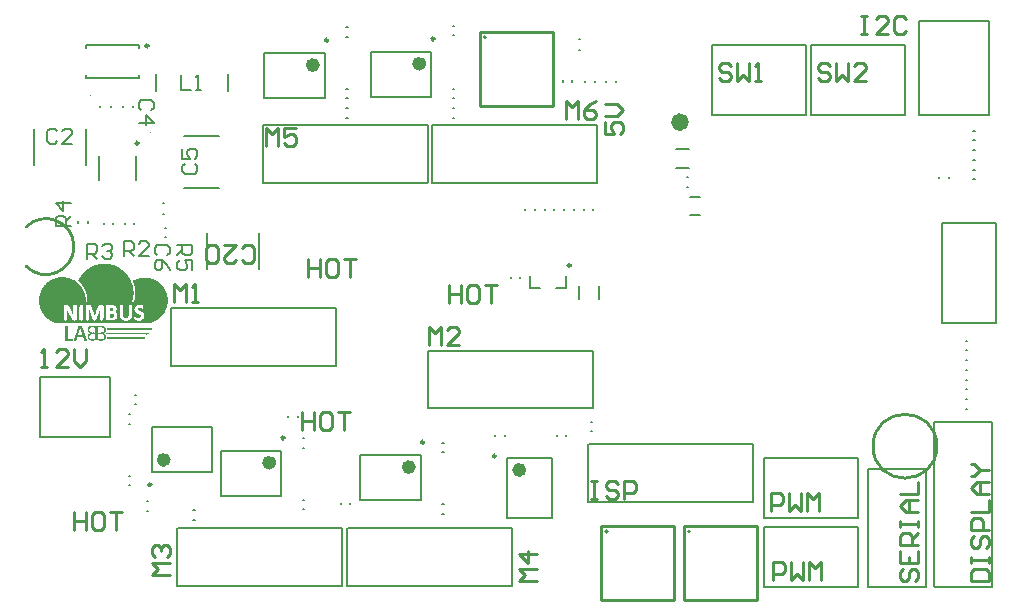
<source format=gto>
%FSLAX25Y25*%
%MOIN*%
G70*
G01*
G75*
G04 Layer_Color=65535*
%ADD10R,0.18110X0.08858*%
%ADD11R,0.04331X0.04331*%
%ADD12R,0.03937X0.03543*%
%ADD13R,0.03543X0.03937*%
%ADD14R,0.04528X0.07087*%
%ADD15R,0.02953X0.03937*%
%ADD16O,0.01772X0.05512*%
%ADD17R,0.04724X0.03150*%
%ADD18R,0.04724X0.02953*%
%ADD19R,0.03937X0.02953*%
%ADD20O,0.05512X0.01772*%
%ADD21R,0.10000X0.03900*%
%ADD22R,0.07402X0.06614*%
%ADD23O,0.00984X0.05315*%
%ADD24R,0.04331X0.04331*%
%ADD25R,0.06693X0.04724*%
%ADD26R,0.09449X0.06102*%
%ADD27R,0.08858X0.18110*%
%ADD28R,0.02362X0.03937*%
%ADD29R,0.04331X0.06693*%
%ADD30R,0.07480X0.05315*%
%ADD31C,0.00800*%
%ADD32C,0.01000*%
%ADD33C,0.02000*%
%ADD34C,0.03000*%
%ADD35C,0.05500*%
%ADD36C,0.03500*%
%ADD37C,0.04000*%
%ADD38C,0.03937*%
%ADD39R,0.06299X0.06299*%
%ADD40C,0.06299*%
%ADD41C,0.06000*%
%ADD42R,0.06000X0.06000*%
%ADD43R,0.06299X0.06299*%
%ADD44R,0.06000X0.06000*%
%ADD45C,0.05512*%
%ADD46R,0.05512X0.05512*%
%ADD47C,0.13500*%
%ADD48C,0.03500*%
%ADD49C,0.05500*%
%ADD50C,0.04500*%
%ADD51C,0.05000*%
%ADD52C,0.01969*%
%ADD53C,0.01500*%
%ADD54C,0.01300*%
%ADD55C,0.06500*%
%ADD56C,0.07150*%
%ADD57C,0.15500*%
%ADD58C,0.07000*%
%ADD59C,0.08000*%
%ADD60C,0.04787*%
%ADD61C,0.07500*%
%ADD62R,0.08071X0.02756*%
G04:AMPARAMS|DCode=63|XSize=39.37mil|YSize=35.43mil|CornerRadius=0mil|HoleSize=0mil|Usage=FLASHONLY|Rotation=135.000|XOffset=0mil|YOffset=0mil|HoleType=Round|Shape=Rectangle|*
%AMROTATEDRECTD63*
4,1,4,0.02645,-0.00139,0.00139,-0.02645,-0.02645,0.00139,-0.00139,0.02645,0.02645,-0.00139,0.0*
%
%ADD63ROTATEDRECTD63*%

G04:AMPARAMS|DCode=64|XSize=39.37mil|YSize=35.43mil|CornerRadius=0mil|HoleSize=0mil|Usage=FLASHONLY|Rotation=225.000|XOffset=0mil|YOffset=0mil|HoleType=Round|Shape=Rectangle|*
%AMROTATEDRECTD64*
4,1,4,0.00139,0.02645,0.02645,0.00139,-0.00139,-0.02645,-0.02645,-0.00139,0.00139,0.02645,0.0*
%
%ADD64ROTATEDRECTD64*%

%ADD65O,0.00984X0.03740*%
%ADD66O,0.03740X0.00984*%
%ADD67R,0.09646X0.09646*%
%ADD68R,0.07087X0.04528*%
%ADD69O,0.02165X0.06102*%
%ADD70O,0.06102X0.02165*%
%ADD71R,0.23622X0.23622*%
%ADD72R,0.05906X0.05906*%
G04:AMPARAMS|DCode=73|XSize=11.81mil|YSize=70.87mil|CornerRadius=0mil|HoleSize=0mil|Usage=FLASHONLY|Rotation=315.000|XOffset=0mil|YOffset=0mil|HoleType=Round|Shape=Round|*
%AMOVALD73*
21,1,0.05906,0.01181,0.00000,0.00000,45.0*
1,1,0.01181,-0.02088,-0.02088*
1,1,0.01181,0.02088,0.02088*
%
%ADD73OVALD73*%

G04:AMPARAMS|DCode=74|XSize=11.81mil|YSize=70.87mil|CornerRadius=0mil|HoleSize=0mil|Usage=FLASHONLY|Rotation=45.000|XOffset=0mil|YOffset=0mil|HoleType=Round|Shape=Round|*
%AMOVALD74*
21,1,0.05906,0.01181,0.00000,0.00000,135.0*
1,1,0.01181,0.02088,-0.02088*
1,1,0.01181,-0.02088,0.02088*
%
%ADD74OVALD74*%

%ADD75C,0.02500*%
%ADD76C,0.03200*%
%ADD77C,0.01800*%
%ADD78C,0.01969*%
%ADD79C,0.00394*%
%ADD80C,0.02362*%
%ADD81C,0.00984*%
%ADD82C,0.00787*%
%ADD83C,0.00500*%
%ADD84C,0.00600*%
G36*
X318317Y300800D02*
X318396D01*
Y300642D01*
X318476D01*
Y300404D01*
X318396D01*
Y300324D01*
X318317D01*
Y300245D01*
X317762D01*
Y300166D01*
X317683D01*
Y300245D01*
X304359D01*
Y300324D01*
X304279D01*
Y300404D01*
X304200D01*
Y300483D01*
X304121D01*
Y300562D01*
X304041D01*
Y300642D01*
X304121D01*
Y300721D01*
X304200D01*
Y300800D01*
X304279D01*
Y300880D01*
X318317D01*
Y300800D01*
D02*
G37*
G36*
X319507Y302307D02*
X319586D01*
Y302149D01*
X319665D01*
Y301990D01*
X319586D01*
Y301831D01*
X319427D01*
Y301752D01*
X304517D01*
Y302307D01*
X304438D01*
Y302386D01*
X319507D01*
Y302307D01*
D02*
G37*
G36*
X302931Y303100D02*
X303328D01*
Y303021D01*
X303486D01*
Y302942D01*
X303645D01*
Y302862D01*
X303724D01*
Y302783D01*
X303803D01*
Y302704D01*
X303883D01*
Y302624D01*
X303962D01*
Y302466D01*
X304041D01*
Y302307D01*
X304121D01*
Y301911D01*
X304200D01*
Y301673D01*
X304121D01*
Y301355D01*
X304041D01*
Y301197D01*
X303962D01*
Y301038D01*
X303883D01*
Y300959D01*
X303803D01*
Y300880D01*
X303724D01*
Y300800D01*
X303566D01*
Y300721D01*
X303407D01*
Y300562D01*
X303566D01*
Y300483D01*
X303724D01*
Y300404D01*
X303803D01*
Y300324D01*
X303883D01*
Y300245D01*
X303962D01*
Y300086D01*
X304041D01*
Y299928D01*
X304121D01*
Y299531D01*
X304200D01*
Y299293D01*
X304121D01*
Y298976D01*
X304041D01*
Y298817D01*
X303962D01*
Y298659D01*
X303883D01*
Y298580D01*
X303803D01*
Y298500D01*
X303724D01*
Y298421D01*
X303566D01*
Y298342D01*
X303486D01*
Y298262D01*
X303248D01*
Y298183D01*
X302852D01*
Y298104D01*
X302772D01*
Y298183D01*
X302455D01*
Y298104D01*
X302217D01*
Y298183D01*
X301821D01*
Y298262D01*
X301583D01*
Y298342D01*
X300552D01*
Y298262D01*
X300314D01*
Y298183D01*
X299997D01*
Y298104D01*
X299917D01*
Y298183D01*
X299679D01*
Y298104D01*
X299600D01*
Y298183D01*
X299521D01*
Y298104D01*
X299442D01*
Y298183D01*
X299045D01*
Y298262D01*
X298807D01*
Y298342D01*
X298649D01*
Y298421D01*
X298569D01*
Y298500D01*
X298490D01*
Y298580D01*
X298411D01*
Y298659D01*
X298331D01*
Y298817D01*
X298252D01*
Y298897D01*
X298173D01*
Y299293D01*
X298093D01*
Y299690D01*
X298173D01*
Y300007D01*
X298252D01*
Y300166D01*
X298331D01*
Y300245D01*
X298411D01*
Y300324D01*
X298490D01*
Y300404D01*
X298569D01*
Y300483D01*
X298728D01*
Y300562D01*
X298886D01*
Y300721D01*
X298649D01*
Y300800D01*
X298490D01*
Y300880D01*
X298411D01*
Y300959D01*
X298331D01*
Y301117D01*
X298252D01*
Y301276D01*
X298173D01*
Y301593D01*
X298093D01*
Y302069D01*
X298173D01*
Y302386D01*
X298252D01*
Y302545D01*
X298331D01*
Y302624D01*
X298411D01*
Y302704D01*
X298490D01*
Y302783D01*
X298569D01*
Y302862D01*
X298649D01*
Y302942D01*
X298807D01*
Y303021D01*
X298966D01*
Y303100D01*
X299283D01*
Y303180D01*
X300155D01*
Y303100D01*
X300393D01*
Y303021D01*
X300631D01*
Y302942D01*
X301583D01*
Y303021D01*
X301821D01*
Y303100D01*
X302138D01*
Y303180D01*
X302931D01*
Y303100D01*
D02*
G37*
G36*
X291431Y302862D02*
X291511D01*
Y302783D01*
X291431D01*
Y302704D01*
X291511D01*
Y302624D01*
X291431D01*
Y298897D01*
X293097D01*
Y298817D01*
X293176D01*
Y298262D01*
X293097D01*
Y298183D01*
X293018D01*
Y298104D01*
X292938D01*
Y298183D01*
X292859D01*
Y298104D01*
X292780D01*
Y298183D01*
X290559D01*
Y303021D01*
X291431D01*
Y302862D01*
D02*
G37*
G36*
X295714Y303021D02*
X296269D01*
Y302862D01*
X296349D01*
Y302704D01*
X296428D01*
Y302624D01*
X296349D01*
Y302545D01*
X296428D01*
Y302386D01*
X296507D01*
Y302149D01*
X296586D01*
Y301911D01*
X296666D01*
Y301673D01*
X296745D01*
Y301514D01*
X296824D01*
Y301276D01*
X296904D01*
Y301038D01*
X296983D01*
Y300800D01*
X297062D01*
Y300562D01*
X297142D01*
Y300324D01*
X297221D01*
Y300086D01*
X297300D01*
Y299849D01*
X297379D01*
Y299611D01*
X297459D01*
Y299373D01*
X297538D01*
Y299214D01*
X297618D01*
Y298897D01*
X297697D01*
Y298738D01*
X297776D01*
Y298580D01*
X297855D01*
Y298183D01*
X297776D01*
Y298104D01*
X297062D01*
Y298183D01*
X296983D01*
Y298262D01*
X296904D01*
Y298500D01*
X296824D01*
Y298659D01*
X296745D01*
Y298976D01*
X296666D01*
Y299214D01*
X296586D01*
Y299293D01*
X294604D01*
Y299056D01*
X294524D01*
Y298817D01*
X294445D01*
Y298580D01*
X294366D01*
Y298262D01*
X294286D01*
Y298183D01*
X294128D01*
Y298104D01*
X293573D01*
Y298183D01*
X293414D01*
Y298342D01*
X293493D01*
Y298580D01*
X293573D01*
Y298817D01*
X293652D01*
Y299056D01*
X293731D01*
Y299293D01*
X293811D01*
Y299452D01*
X293890D01*
Y299690D01*
X293969D01*
Y299928D01*
X294049D01*
Y300166D01*
X294128D01*
Y300404D01*
X294207D01*
Y300642D01*
X294286D01*
Y300880D01*
X294366D01*
Y301117D01*
X294445D01*
Y301276D01*
X294524D01*
Y301514D01*
X294604D01*
Y301752D01*
X294683D01*
Y301990D01*
X294762D01*
Y302228D01*
X294842D01*
Y302466D01*
X294921D01*
Y302704D01*
X295000D01*
Y302942D01*
X295080D01*
Y303021D01*
X295635D01*
Y303100D01*
X295714D01*
Y303021D01*
D02*
G37*
G36*
X317127Y299214D02*
X317207D01*
Y299135D01*
X317286D01*
Y298817D01*
X317207D01*
Y298738D01*
X317127D01*
Y298659D01*
X304359D01*
Y298738D01*
X304438D01*
Y298976D01*
X304517D01*
Y299293D01*
X317127D01*
Y299214D01*
D02*
G37*
G36*
X304676Y323720D02*
X305231D01*
Y323641D01*
X305707D01*
Y323562D01*
X306024D01*
Y323482D01*
X306341D01*
Y323403D01*
X306579D01*
Y323324D01*
X306817D01*
Y323245D01*
X307055D01*
Y323165D01*
X307293D01*
Y323086D01*
X307452D01*
Y323007D01*
X307610D01*
Y322927D01*
X307769D01*
Y322848D01*
X307928D01*
Y322769D01*
X308086D01*
Y322689D01*
X308245D01*
Y322610D01*
X308403D01*
Y322531D01*
X308562D01*
Y322451D01*
X308721D01*
Y322372D01*
X308800D01*
Y322293D01*
X308959D01*
Y322214D01*
X309038D01*
Y322134D01*
X309196D01*
Y322055D01*
X309276D01*
Y321976D01*
X309355D01*
Y321896D01*
X309514D01*
Y321817D01*
X309593D01*
Y321738D01*
X309752D01*
Y321658D01*
X309831D01*
Y321579D01*
X309910D01*
Y321500D01*
X309990D01*
Y321420D01*
X310069D01*
Y321341D01*
X310148D01*
Y321262D01*
X310227D01*
Y321182D01*
X310307D01*
Y321103D01*
X310465D01*
Y321024D01*
X310545D01*
Y320944D01*
X310624D01*
Y320786D01*
X310703D01*
Y320707D01*
X310783D01*
Y320627D01*
X310862D01*
Y320548D01*
X310941D01*
Y320469D01*
X311021D01*
Y320389D01*
X311100D01*
Y320231D01*
X311259D01*
Y320072D01*
X311338D01*
Y319993D01*
X311417D01*
Y319834D01*
X311496D01*
Y319755D01*
X311576D01*
Y319676D01*
X311655D01*
Y319517D01*
X311734D01*
Y319438D01*
X311814D01*
Y319279D01*
X311893D01*
Y319200D01*
X311972D01*
Y319041D01*
X312052D01*
Y318882D01*
X312131D01*
Y318724D01*
X312210D01*
Y318645D01*
X312290D01*
Y318486D01*
X312369D01*
Y318248D01*
X312448D01*
Y318089D01*
X312527D01*
Y317931D01*
X312607D01*
Y317772D01*
X312686D01*
Y317534D01*
X312765D01*
Y317296D01*
X312845D01*
Y317058D01*
X312924D01*
Y316821D01*
X313003D01*
Y316583D01*
X313083D01*
Y316265D01*
X313162D01*
Y315869D01*
X313241D01*
Y315393D01*
X313320D01*
Y314996D01*
X313400D01*
Y314917D01*
X313320D01*
Y314679D01*
X313400D01*
Y313410D01*
X313320D01*
Y312776D01*
X313241D01*
Y312300D01*
X313162D01*
Y311903D01*
X313083D01*
Y311586D01*
X313003D01*
Y311428D01*
X312924D01*
Y311110D01*
X312845D01*
Y310952D01*
X313479D01*
Y311110D01*
X313558D01*
Y311428D01*
X313638D01*
Y311745D01*
X313717D01*
Y312221D01*
X313796D01*
Y312617D01*
X313876D01*
Y312776D01*
X313796D01*
Y312855D01*
X313876D01*
Y313648D01*
X313955D01*
Y314600D01*
X313876D01*
Y315631D01*
X313796D01*
Y315948D01*
X313717D01*
Y316424D01*
X313638D01*
Y316741D01*
X313558D01*
Y317058D01*
X313479D01*
Y317217D01*
X313400D01*
Y317534D01*
X313320D01*
Y317693D01*
X313241D01*
Y317931D01*
X313162D01*
Y318089D01*
X313241D01*
Y318169D01*
X313320D01*
Y318248D01*
X313479D01*
Y318327D01*
X313638D01*
Y318407D01*
X313796D01*
Y318486D01*
X313955D01*
Y318565D01*
X314114D01*
Y318645D01*
X314352D01*
Y318724D01*
X314589D01*
Y318803D01*
X314827D01*
Y318882D01*
X315065D01*
Y318962D01*
X315383D01*
Y319041D01*
X315700D01*
Y319121D01*
X316255D01*
Y319200D01*
X318000D01*
Y319121D01*
X318396D01*
Y319041D01*
X318476D01*
Y319121D01*
X318555D01*
Y319041D01*
X318872D01*
Y318962D01*
X319189D01*
Y318882D01*
X319427D01*
Y318803D01*
X319665D01*
Y318724D01*
X319903D01*
Y318645D01*
X320141D01*
Y318565D01*
X320300D01*
Y318486D01*
X320458D01*
Y318407D01*
X320617D01*
Y318327D01*
X320776D01*
Y318248D01*
X320934D01*
Y318169D01*
X321093D01*
Y318089D01*
X321172D01*
Y318010D01*
X321331D01*
Y317931D01*
X321410D01*
Y317851D01*
X321569D01*
Y317772D01*
X321648D01*
Y317693D01*
X321727D01*
Y317614D01*
X321886D01*
Y317534D01*
X321965D01*
Y317455D01*
X322044D01*
Y317376D01*
X322203D01*
Y317217D01*
X322282D01*
Y317138D01*
X322441D01*
Y317058D01*
X322520D01*
Y316979D01*
X322600D01*
Y316900D01*
X322679D01*
Y316741D01*
X322758D01*
Y316662D01*
X322917D01*
Y316503D01*
X322996D01*
Y316424D01*
X323075D01*
Y316345D01*
X323155D01*
Y316186D01*
X323234D01*
Y316107D01*
X323313D01*
Y316027D01*
X323393D01*
Y315869D01*
X323472D01*
Y315790D01*
X323551D01*
Y315631D01*
X323631D01*
Y315552D01*
X323710D01*
Y315393D01*
X323789D01*
Y315234D01*
X323868D01*
Y315076D01*
X323948D01*
Y314996D01*
X324027D01*
Y314758D01*
X324106D01*
Y314600D01*
X324186D01*
Y314441D01*
X324265D01*
Y314124D01*
X324344D01*
Y314045D01*
X324424D01*
Y313807D01*
X324503D01*
Y313727D01*
X324424D01*
Y313648D01*
X324503D01*
Y313490D01*
X324582D01*
Y313093D01*
X324662D01*
Y312617D01*
X324741D01*
Y312141D01*
X324820D01*
Y311983D01*
X324741D01*
Y311903D01*
X324820D01*
Y311348D01*
X324741D01*
Y311269D01*
X324820D01*
Y311190D01*
X324741D01*
Y311110D01*
X324820D01*
Y310952D01*
X324741D01*
Y310476D01*
X324662D01*
Y309921D01*
X324582D01*
Y309604D01*
X324503D01*
Y309286D01*
X324424D01*
Y309048D01*
X324344D01*
Y308810D01*
X324265D01*
Y308652D01*
X324186D01*
Y308493D01*
X324106D01*
Y308255D01*
X324027D01*
Y308176D01*
X323948D01*
Y307938D01*
X323868D01*
Y307859D01*
X323789D01*
Y307700D01*
X323710D01*
Y307541D01*
X323631D01*
Y307383D01*
X323551D01*
Y307304D01*
X323472D01*
Y307145D01*
X323393D01*
Y307066D01*
X323313D01*
Y306986D01*
X323234D01*
Y306828D01*
X323155D01*
Y306748D01*
X323075D01*
Y306669D01*
X322996D01*
Y306510D01*
X322917D01*
Y306431D01*
X322837D01*
Y306352D01*
X322758D01*
Y306273D01*
X322679D01*
Y306193D01*
X322600D01*
Y306114D01*
X322520D01*
Y306035D01*
X322441D01*
Y305955D01*
X322362D01*
Y305876D01*
X322282D01*
Y305797D01*
X322203D01*
Y305717D01*
X322044D01*
Y305638D01*
X321965D01*
Y305559D01*
X321886D01*
Y305479D01*
X321727D01*
Y305400D01*
X321648D01*
Y305321D01*
X321569D01*
Y305241D01*
X321410D01*
Y305162D01*
X321331D01*
Y305083D01*
X321172D01*
Y305004D01*
X321093D01*
Y304924D01*
X320934D01*
Y304845D01*
X320776D01*
Y304766D01*
X320617D01*
Y304686D01*
X320458D01*
Y304607D01*
X320300D01*
Y304528D01*
X320062D01*
Y304448D01*
X319903D01*
Y304369D01*
X319665D01*
Y304290D01*
X319427D01*
Y304210D01*
X319269D01*
Y304131D01*
X287070D01*
Y304210D01*
X286831D01*
Y304290D01*
X286673D01*
Y304369D01*
X286514D01*
Y304448D01*
X286356D01*
Y304528D01*
X286197D01*
Y304607D01*
X286038D01*
Y304686D01*
X285880D01*
Y304766D01*
X285721D01*
Y304845D01*
X285563D01*
Y304924D01*
X285483D01*
Y305004D01*
X285325D01*
Y305083D01*
X285245D01*
Y305162D01*
X285087D01*
Y305241D01*
X285007D01*
Y305321D01*
X284928D01*
Y305400D01*
X284849D01*
Y305479D01*
X284690D01*
Y305559D01*
X284611D01*
Y305638D01*
X284532D01*
Y305717D01*
X284452D01*
Y305797D01*
X284294D01*
Y305876D01*
X284214D01*
Y305955D01*
X284135D01*
Y306035D01*
X284056D01*
Y306114D01*
X283976D01*
Y306273D01*
X283897D01*
Y306352D01*
X283818D01*
Y306431D01*
X283738D01*
Y306510D01*
X283659D01*
Y306669D01*
X283580D01*
Y306748D01*
X283501D01*
Y306828D01*
X283421D01*
Y306907D01*
X283342D01*
Y307066D01*
X283263D01*
Y307145D01*
X283183D01*
Y307224D01*
X283104D01*
Y307383D01*
X283025D01*
Y307541D01*
X282945D01*
Y307700D01*
X282866D01*
Y307779D01*
X282787D01*
Y307938D01*
X282708D01*
Y308097D01*
X282628D01*
Y308255D01*
X282549D01*
Y308414D01*
X282470D01*
Y308652D01*
X282390D01*
Y308890D01*
X282311D01*
Y309048D01*
X282232D01*
Y309286D01*
X282152D01*
Y309604D01*
X282073D01*
Y309921D01*
X281994D01*
Y310397D01*
X281914D01*
Y311269D01*
X281835D01*
Y311824D01*
X281914D01*
Y312697D01*
X281994D01*
Y313172D01*
X282073D01*
Y313490D01*
X282152D01*
Y313807D01*
X282232D01*
Y313965D01*
X282311D01*
Y314203D01*
X282390D01*
Y314441D01*
X282470D01*
Y314600D01*
X282549D01*
Y314838D01*
X282628D01*
Y314996D01*
X282708D01*
Y315155D01*
X282787D01*
Y315234D01*
X282866D01*
Y315393D01*
X282945D01*
Y315552D01*
X283025D01*
Y315710D01*
X283104D01*
Y315790D01*
X283183D01*
Y315948D01*
X283263D01*
Y316027D01*
X283342D01*
Y316186D01*
X283421D01*
Y316265D01*
X283501D01*
Y316345D01*
X283580D01*
Y316424D01*
X283659D01*
Y316583D01*
X283738D01*
Y316662D01*
X283818D01*
Y316741D01*
X283897D01*
Y316821D01*
X283976D01*
Y316900D01*
X284056D01*
Y316979D01*
X284135D01*
Y317058D01*
X284214D01*
Y317138D01*
X284294D01*
Y317296D01*
X284452D01*
Y317376D01*
X284532D01*
Y317455D01*
X284611D01*
Y317534D01*
X284690D01*
Y317614D01*
X284849D01*
Y317693D01*
X284928D01*
Y317772D01*
X285007D01*
Y317851D01*
X285087D01*
Y317931D01*
X285245D01*
Y318010D01*
X285325D01*
Y318089D01*
X285483D01*
Y318169D01*
X285642D01*
Y318248D01*
X285721D01*
Y318327D01*
X285880D01*
Y318407D01*
X286038D01*
Y318486D01*
X286118D01*
Y318565D01*
X286276D01*
Y318645D01*
X286514D01*
Y318724D01*
X286673D01*
Y318803D01*
X286911D01*
Y318882D01*
X287070D01*
Y318962D01*
X287307D01*
Y319041D01*
X287625D01*
Y319121D01*
X287862D01*
Y319200D01*
X288338D01*
Y319279D01*
X288894D01*
Y319358D01*
X290400D01*
Y319279D01*
X290956D01*
Y319200D01*
X291431D01*
Y319121D01*
X291669D01*
Y319041D01*
X291987D01*
Y318962D01*
X292225D01*
Y318882D01*
X292462D01*
Y318803D01*
X292621D01*
Y318724D01*
X292780D01*
Y318645D01*
X293018D01*
Y318565D01*
X293176D01*
Y318486D01*
X293335D01*
Y318407D01*
X293414D01*
Y318327D01*
X293573D01*
Y318248D01*
X293731D01*
Y318169D01*
X293890D01*
Y318089D01*
X293969D01*
Y318010D01*
X294128D01*
Y317931D01*
X294207D01*
Y317851D01*
X294286D01*
Y317772D01*
X294445D01*
Y317693D01*
X294524D01*
Y317614D01*
X294604D01*
Y317534D01*
X294683D01*
Y317455D01*
X294842D01*
Y317376D01*
X294921D01*
Y317296D01*
X295000D01*
Y317217D01*
X295080D01*
Y317138D01*
X295159D01*
Y317058D01*
X295238D01*
Y316979D01*
X295318D01*
Y316900D01*
X295397D01*
Y316821D01*
X295476D01*
Y316662D01*
X295555D01*
Y316583D01*
X295635D01*
Y316503D01*
X295714D01*
Y316345D01*
X295793D01*
Y316265D01*
X295873D01*
Y316186D01*
X295952D01*
Y316027D01*
X296031D01*
Y315948D01*
X296111D01*
Y315790D01*
X296190D01*
Y315710D01*
X296269D01*
Y315552D01*
X296349D01*
Y315393D01*
X296428D01*
Y315234D01*
X296507D01*
Y315076D01*
X296586D01*
Y314917D01*
X296666D01*
Y314758D01*
X296745D01*
Y314600D01*
X296824D01*
Y314441D01*
X296904D01*
Y314203D01*
X296983D01*
Y313965D01*
X297062D01*
Y313648D01*
X297142D01*
Y313331D01*
X297221D01*
Y313093D01*
X297300D01*
Y312617D01*
X297379D01*
Y311824D01*
X297459D01*
Y310952D01*
X297855D01*
Y311031D01*
X297935D01*
Y312459D01*
X297855D01*
Y313093D01*
X297776D01*
Y313490D01*
X297697D01*
Y313886D01*
X297618D01*
Y314045D01*
X297538D01*
Y314362D01*
X297459D01*
Y314521D01*
X297379D01*
Y314758D01*
X297300D01*
Y314917D01*
X297221D01*
Y315076D01*
X297142D01*
Y315314D01*
X297062D01*
Y315472D01*
X296983D01*
Y315631D01*
X296904D01*
Y315710D01*
X296824D01*
Y315869D01*
X296745D01*
Y316027D01*
X296666D01*
Y316107D01*
X296586D01*
Y316265D01*
X296507D01*
Y316345D01*
X296428D01*
Y316503D01*
X296349D01*
Y316583D01*
X296269D01*
Y316662D01*
X296190D01*
Y316821D01*
X296111D01*
Y316900D01*
X296031D01*
Y316979D01*
X295952D01*
Y317058D01*
X295873D01*
Y317138D01*
X295793D01*
Y317296D01*
X295714D01*
Y317376D01*
X295635D01*
Y317455D01*
X295555D01*
Y317534D01*
X295476D01*
Y317614D01*
X295397D01*
Y317693D01*
X295318D01*
Y317772D01*
X295238D01*
Y317851D01*
X295080D01*
Y317931D01*
X295000D01*
Y318010D01*
X294921D01*
Y318248D01*
X295000D01*
Y318407D01*
X295080D01*
Y318565D01*
X295159D01*
Y318724D01*
X295238D01*
Y318882D01*
X295318D01*
Y318962D01*
X295397D01*
Y319121D01*
X295476D01*
Y319279D01*
X295555D01*
Y319438D01*
X295635D01*
Y319517D01*
X295714D01*
Y319676D01*
X295793D01*
Y319755D01*
X295873D01*
Y319834D01*
X295952D01*
Y319993D01*
X296031D01*
Y320072D01*
X296111D01*
Y320151D01*
X296190D01*
Y320231D01*
X296269D01*
Y320389D01*
X296349D01*
Y320469D01*
X296428D01*
Y320548D01*
X296507D01*
Y320627D01*
X296586D01*
Y320707D01*
X296666D01*
Y320786D01*
X296745D01*
Y320865D01*
X296824D01*
Y320944D01*
X296904D01*
Y321024D01*
X296983D01*
Y321103D01*
X297062D01*
Y321182D01*
X297142D01*
Y321262D01*
X297221D01*
Y321341D01*
X297300D01*
Y321420D01*
X297379D01*
Y321500D01*
X297459D01*
Y321579D01*
X297538D01*
Y321658D01*
X297697D01*
Y321738D01*
X297776D01*
Y321817D01*
X297855D01*
Y321896D01*
X298014D01*
Y321976D01*
X298093D01*
Y322055D01*
X298173D01*
Y322134D01*
X298331D01*
Y322214D01*
X298411D01*
Y322293D01*
X298569D01*
Y322372D01*
X298649D01*
Y322451D01*
X298807D01*
Y322531D01*
X298966D01*
Y322610D01*
X299124D01*
Y322689D01*
X299204D01*
Y322769D01*
X299362D01*
Y322848D01*
X299521D01*
Y322927D01*
X299679D01*
Y323007D01*
X299917D01*
Y323086D01*
X300076D01*
Y323165D01*
X300314D01*
Y323245D01*
X300552D01*
Y323324D01*
X300790D01*
Y323403D01*
X301028D01*
Y323482D01*
X301345D01*
Y323562D01*
X301662D01*
Y323641D01*
X302138D01*
Y323720D01*
X302693D01*
Y323800D01*
X304676D01*
Y323720D01*
D02*
G37*
%LPC*%
G36*
X294286Y310000D02*
X293414D01*
Y309921D01*
X293335D01*
Y309841D01*
Y309762D01*
Y309683D01*
Y309604D01*
Y309524D01*
Y309445D01*
Y309366D01*
Y309286D01*
Y309207D01*
Y309128D01*
Y309048D01*
Y308969D01*
Y308890D01*
Y308810D01*
Y308731D01*
Y308652D01*
Y308572D01*
Y308493D01*
Y308414D01*
Y308334D01*
Y308255D01*
Y308176D01*
Y308097D01*
Y308017D01*
Y307938D01*
Y307859D01*
Y307779D01*
Y307700D01*
Y307621D01*
Y307541D01*
Y307462D01*
Y307383D01*
Y307304D01*
Y307224D01*
Y307145D01*
Y307066D01*
Y306986D01*
Y306907D01*
Y306828D01*
X293255D01*
Y306907D01*
X293176D01*
Y306986D01*
Y307066D01*
Y307145D01*
X293097D01*
Y307224D01*
X293018D01*
Y307304D01*
Y307383D01*
Y307462D01*
X292938D01*
Y307541D01*
Y307621D01*
X292859D01*
Y307700D01*
Y307779D01*
X292780D01*
Y307859D01*
X292700D01*
Y307938D01*
Y308017D01*
X292621D01*
Y308097D01*
Y308176D01*
X292542D01*
Y308255D01*
Y308334D01*
X292462D01*
Y308414D01*
Y308493D01*
X292383D01*
Y308572D01*
Y308652D01*
X292304D01*
Y308731D01*
Y308810D01*
X292225D01*
Y308890D01*
X292145D01*
Y308969D01*
Y309048D01*
Y309128D01*
X292066D01*
Y309207D01*
Y309286D01*
X291987D01*
Y309366D01*
Y309445D01*
X291907D01*
Y309524D01*
X291828D01*
Y309604D01*
Y309683D01*
X291749D01*
Y309762D01*
X291669D01*
Y309841D01*
X291590D01*
Y309921D01*
X291431D01*
Y310000D01*
X290400D01*
Y309921D01*
X290321D01*
Y309841D01*
X290242D01*
Y309762D01*
X290162D01*
Y309683D01*
Y309604D01*
Y309524D01*
Y309445D01*
Y309366D01*
Y309286D01*
Y309207D01*
Y309128D01*
Y309048D01*
Y308969D01*
Y308890D01*
Y308810D01*
Y308731D01*
Y308652D01*
Y308572D01*
Y308493D01*
Y308414D01*
Y308334D01*
Y308255D01*
Y308176D01*
Y308097D01*
Y308017D01*
Y307938D01*
Y307859D01*
Y307779D01*
Y307700D01*
Y307621D01*
Y307541D01*
Y307462D01*
Y307383D01*
Y307304D01*
Y307224D01*
Y307145D01*
Y307066D01*
Y306986D01*
Y306907D01*
Y306828D01*
Y306748D01*
Y306669D01*
Y306590D01*
Y306510D01*
Y306431D01*
Y306352D01*
Y306273D01*
Y306193D01*
Y306114D01*
Y306035D01*
Y305955D01*
Y305876D01*
Y305797D01*
Y305717D01*
Y305638D01*
Y305559D01*
Y305479D01*
Y305400D01*
Y305321D01*
Y305241D01*
Y305162D01*
Y305083D01*
Y305004D01*
X290242D01*
Y304924D01*
X290480D01*
Y304845D01*
X290876D01*
Y304924D01*
X291114D01*
Y305004D01*
X291194D01*
Y305083D01*
Y305162D01*
Y305241D01*
Y305321D01*
Y305400D01*
Y305479D01*
Y305559D01*
Y305638D01*
Y305717D01*
Y305797D01*
Y305876D01*
Y305955D01*
Y306035D01*
Y306114D01*
Y306193D01*
Y306273D01*
Y306352D01*
Y306431D01*
Y306510D01*
Y306590D01*
Y306669D01*
Y306748D01*
Y306828D01*
Y306907D01*
Y306986D01*
Y307066D01*
Y307145D01*
Y307224D01*
Y307304D01*
Y307383D01*
Y307462D01*
Y307541D01*
Y307621D01*
Y307700D01*
Y307779D01*
Y307859D01*
Y307938D01*
Y308017D01*
Y308097D01*
Y308176D01*
Y308255D01*
Y308334D01*
Y308414D01*
X291273D01*
Y308334D01*
Y308255D01*
X291352D01*
Y308176D01*
Y308097D01*
X291431D01*
Y308017D01*
Y307938D01*
X291511D01*
Y307859D01*
Y307779D01*
X291590D01*
Y307700D01*
Y307621D01*
X291669D01*
Y307541D01*
Y307462D01*
X291749D01*
Y307383D01*
Y307304D01*
X291828D01*
Y307224D01*
Y307145D01*
X291907D01*
Y307066D01*
Y306986D01*
X291987D01*
Y306907D01*
Y306828D01*
X292066D01*
Y306748D01*
Y306669D01*
X292145D01*
Y306590D01*
X292225D01*
Y306510D01*
Y306431D01*
X292304D01*
Y306352D01*
Y306273D01*
X292383D01*
Y306193D01*
Y306114D01*
X292462D01*
Y306035D01*
Y305955D01*
X292542D01*
Y305876D01*
Y305797D01*
X292621D01*
Y305717D01*
Y305638D01*
X292700D01*
Y305559D01*
Y305479D01*
X292780D01*
Y305400D01*
Y305321D01*
X292859D01*
Y305241D01*
X292938D01*
Y305162D01*
Y305083D01*
X293018D01*
Y305004D01*
X293176D01*
Y304924D01*
X293493D01*
Y304845D01*
X293969D01*
Y304924D01*
X294207D01*
Y305004D01*
X294286D01*
Y305083D01*
X294366D01*
Y305162D01*
Y305241D01*
Y305321D01*
Y305400D01*
Y305479D01*
Y305559D01*
Y305638D01*
Y305717D01*
Y305797D01*
Y305876D01*
Y305955D01*
Y306035D01*
Y306114D01*
Y306193D01*
Y306273D01*
Y306352D01*
Y306431D01*
Y306510D01*
Y306590D01*
Y306669D01*
Y306748D01*
Y306828D01*
Y306907D01*
Y306986D01*
Y307066D01*
Y307145D01*
Y307224D01*
Y307304D01*
Y307383D01*
Y307462D01*
Y307541D01*
Y307621D01*
Y307700D01*
Y307779D01*
Y307859D01*
Y307938D01*
Y308017D01*
Y308097D01*
Y308176D01*
Y308255D01*
Y308334D01*
Y308414D01*
Y308493D01*
Y308572D01*
Y308652D01*
Y308731D01*
Y308810D01*
Y308890D01*
Y308969D01*
Y309048D01*
Y309128D01*
Y309207D01*
Y309286D01*
Y309366D01*
Y309445D01*
Y309524D01*
Y309604D01*
Y309683D01*
Y309762D01*
Y309841D01*
Y309921D01*
X294286D01*
Y310000D01*
D02*
G37*
G36*
X300631Y300404D02*
X300473D01*
Y300324D01*
X300314D01*
Y300404D01*
X299600D01*
Y300324D01*
X299204D01*
Y300245D01*
X299045D01*
Y300166D01*
X298966D01*
Y300086D01*
X298886D01*
Y300007D01*
X298807D01*
Y299928D01*
Y299849D01*
X298728D01*
Y299769D01*
Y299690D01*
X298649D01*
Y299611D01*
Y299531D01*
Y299452D01*
Y299373D01*
Y299293D01*
Y299214D01*
X298728D01*
Y299135D01*
Y299056D01*
X298807D01*
Y298976D01*
X298886D01*
Y298897D01*
X298966D01*
Y298817D01*
X299124D01*
Y298738D01*
X299521D01*
Y298659D01*
X300631D01*
Y298738D01*
Y298817D01*
Y298897D01*
Y298976D01*
Y299056D01*
Y299135D01*
Y299214D01*
Y299293D01*
Y299373D01*
Y299452D01*
Y299531D01*
Y299611D01*
Y299690D01*
Y299769D01*
Y299849D01*
Y299928D01*
Y300007D01*
Y300086D01*
Y300166D01*
Y300245D01*
Y300324D01*
Y300404D01*
D02*
G37*
G36*
X295714Y302149D02*
X295555D01*
Y302069D01*
X295476D01*
Y301990D01*
Y301911D01*
Y301831D01*
X295397D01*
Y301752D01*
Y301673D01*
Y301593D01*
X295318D01*
Y301514D01*
Y301435D01*
Y301355D01*
X295238D01*
Y301276D01*
Y301197D01*
Y301117D01*
Y301038D01*
X295159D01*
Y300959D01*
Y300880D01*
X295080D01*
Y300800D01*
Y300721D01*
Y300642D01*
X295000D01*
Y300562D01*
Y300483D01*
Y300404D01*
X294921D01*
Y300324D01*
Y300245D01*
Y300166D01*
X294842D01*
Y300086D01*
Y300007D01*
Y299928D01*
X296349D01*
Y300007D01*
Y300086D01*
Y300166D01*
X296269D01*
Y300245D01*
Y300324D01*
Y300404D01*
X296190D01*
Y300483D01*
Y300562D01*
Y300642D01*
Y300721D01*
X296111D01*
Y300800D01*
Y300880D01*
X296031D01*
Y300959D01*
Y301038D01*
Y301117D01*
X295952D01*
Y301197D01*
Y301276D01*
Y301355D01*
X295873D01*
Y301435D01*
Y301514D01*
Y301593D01*
Y301673D01*
X295793D01*
Y301752D01*
Y301831D01*
X295714D01*
Y301911D01*
Y301990D01*
Y302069D01*
Y302149D01*
D02*
G37*
G36*
X315858Y310079D02*
X314907D01*
Y310000D01*
X314589D01*
Y309921D01*
X314431D01*
Y309841D01*
X314272D01*
Y309762D01*
X314193D01*
Y309683D01*
X314114D01*
Y309604D01*
X314034D01*
Y309524D01*
X313955D01*
Y309445D01*
X313876D01*
Y309366D01*
Y309286D01*
X313796D01*
Y309207D01*
X313717D01*
Y309128D01*
Y309048D01*
Y308969D01*
Y308890D01*
Y308810D01*
X313638D01*
Y308731D01*
Y308652D01*
Y308572D01*
Y308493D01*
Y308414D01*
X313717D01*
Y308334D01*
Y308255D01*
Y308176D01*
Y308097D01*
Y308017D01*
X313796D01*
Y307938D01*
Y307859D01*
X313876D01*
Y307779D01*
X313955D01*
Y307700D01*
Y307621D01*
X314034D01*
Y307541D01*
X314193D01*
Y307462D01*
X314272D01*
Y307383D01*
X314352D01*
Y307304D01*
X314510D01*
Y307224D01*
X314669D01*
Y307145D01*
X314827D01*
Y307066D01*
X314986D01*
Y306986D01*
X315145D01*
Y306907D01*
X315303D01*
Y306828D01*
X315462D01*
Y306748D01*
X315620D01*
Y306669D01*
X315700D01*
Y306590D01*
Y306510D01*
X315779D01*
Y306431D01*
Y306352D01*
Y306273D01*
Y306193D01*
Y306114D01*
X315700D01*
Y306035D01*
Y305955D01*
X315620D01*
Y305876D01*
X315541D01*
Y305797D01*
X315224D01*
Y305717D01*
X315145D01*
Y305797D01*
X314589D01*
Y305876D01*
X314352D01*
Y305955D01*
X314114D01*
Y306035D01*
X314034D01*
Y306114D01*
X313638D01*
Y306035D01*
Y305955D01*
X313558D01*
Y305876D01*
Y305797D01*
Y305717D01*
Y305638D01*
Y305559D01*
Y305479D01*
X313638D01*
Y305400D01*
Y305321D01*
Y305241D01*
X313717D01*
Y305162D01*
X313796D01*
Y305083D01*
X313955D01*
Y305004D01*
X314114D01*
Y304924D01*
X314431D01*
Y304845D01*
X315700D01*
Y304924D01*
X315938D01*
Y305004D01*
X316096D01*
Y305083D01*
X316255D01*
Y305162D01*
X316334D01*
Y305241D01*
X316413D01*
Y305321D01*
X316572D01*
Y305400D01*
X316652D01*
Y305479D01*
Y305559D01*
X316731D01*
Y305638D01*
X316810D01*
Y305717D01*
Y305797D01*
X316889D01*
Y305876D01*
Y305955D01*
Y306035D01*
Y306114D01*
X316969D01*
Y306193D01*
Y306273D01*
Y306352D01*
Y306431D01*
Y306510D01*
Y306590D01*
Y306669D01*
X316889D01*
Y306748D01*
Y306828D01*
Y306907D01*
Y306986D01*
Y307066D01*
X316810D01*
Y307145D01*
Y307224D01*
X316731D01*
Y307304D01*
X316652D01*
Y307383D01*
X316572D01*
Y307462D01*
X316493D01*
Y307541D01*
X316413D01*
Y307621D01*
X316334D01*
Y307700D01*
X316176D01*
Y307779D01*
X316017D01*
Y307859D01*
X315858D01*
Y307938D01*
X315700D01*
Y308017D01*
X315541D01*
Y308097D01*
X315303D01*
Y308176D01*
X315145D01*
Y308255D01*
X315065D01*
Y308334D01*
X314986D01*
Y308414D01*
X314907D01*
Y308493D01*
X314827D01*
Y308572D01*
Y308652D01*
Y308731D01*
Y308810D01*
Y308890D01*
Y308969D01*
X314907D01*
Y309048D01*
X314986D01*
Y309128D01*
X315224D01*
Y309207D01*
X315620D01*
Y309128D01*
X315938D01*
Y309048D01*
X316176D01*
Y308969D01*
X316255D01*
Y308890D01*
X316413D01*
Y308810D01*
X316493D01*
Y308890D01*
X316652D01*
Y308969D01*
Y309048D01*
Y309128D01*
Y309207D01*
Y309286D01*
Y309366D01*
Y309445D01*
Y309524D01*
Y309604D01*
Y309683D01*
Y309762D01*
X316572D01*
Y309841D01*
X316413D01*
Y309921D01*
X316176D01*
Y310000D01*
X315858D01*
Y310079D01*
D02*
G37*
G36*
X302535Y300404D02*
X301583D01*
Y300324D01*
Y300245D01*
Y300166D01*
Y300086D01*
Y300007D01*
Y299928D01*
Y299849D01*
Y299769D01*
Y299690D01*
Y299611D01*
Y299531D01*
Y299452D01*
Y299373D01*
Y299293D01*
Y299214D01*
Y299135D01*
Y299056D01*
Y298976D01*
Y298897D01*
Y298817D01*
Y298738D01*
Y298659D01*
X302852D01*
Y298738D01*
X303169D01*
Y298817D01*
X303328D01*
Y298897D01*
X303407D01*
Y298976D01*
X303486D01*
Y299056D01*
X303566D01*
Y299135D01*
Y299214D01*
Y299293D01*
Y299373D01*
Y299452D01*
Y299531D01*
Y299611D01*
Y299690D01*
Y299769D01*
Y299849D01*
X303486D01*
Y299928D01*
Y300007D01*
X303407D01*
Y300086D01*
X303328D01*
Y300166D01*
X303169D01*
Y300245D01*
X303010D01*
Y300324D01*
X302535D01*
Y300404D01*
D02*
G37*
G36*
X303010Y302624D02*
X301583D01*
Y302545D01*
Y302466D01*
Y302386D01*
Y302307D01*
Y302228D01*
Y302149D01*
Y302069D01*
Y301990D01*
Y301911D01*
Y301831D01*
Y301752D01*
Y301673D01*
Y301593D01*
Y301514D01*
Y301435D01*
Y301355D01*
Y301276D01*
Y301197D01*
Y301117D01*
Y301038D01*
Y300959D01*
Y300880D01*
X302614D01*
Y300959D01*
X303010D01*
Y301038D01*
X303169D01*
Y301117D01*
X303328D01*
Y301197D01*
X303407D01*
Y301276D01*
X303486D01*
Y301355D01*
Y301435D01*
X303566D01*
Y301514D01*
Y301593D01*
Y301673D01*
Y301752D01*
Y301831D01*
Y301911D01*
Y301990D01*
Y302069D01*
Y302149D01*
Y302228D01*
X303486D01*
Y302307D01*
X303407D01*
Y302386D01*
X303328D01*
Y302466D01*
X303169D01*
Y302545D01*
X303010D01*
Y302624D01*
D02*
G37*
G36*
X306500Y310000D02*
X304517D01*
Y309921D01*
X304359D01*
Y309841D01*
Y309762D01*
Y309683D01*
Y309604D01*
Y309524D01*
Y309445D01*
Y309366D01*
Y309286D01*
Y309207D01*
Y309128D01*
Y309048D01*
Y308969D01*
Y308890D01*
Y308810D01*
Y308731D01*
Y308652D01*
Y308572D01*
Y308493D01*
Y308414D01*
Y308334D01*
Y308255D01*
Y308176D01*
Y308097D01*
Y308017D01*
Y307938D01*
Y307859D01*
Y307779D01*
Y307700D01*
Y307621D01*
Y307541D01*
Y307462D01*
Y307383D01*
Y307304D01*
Y307224D01*
Y307145D01*
Y307066D01*
Y306986D01*
Y306907D01*
Y306828D01*
Y306748D01*
Y306669D01*
Y306590D01*
Y306510D01*
Y306431D01*
Y306352D01*
Y306273D01*
Y306193D01*
Y306114D01*
Y306035D01*
Y305955D01*
Y305876D01*
Y305797D01*
Y305717D01*
Y305638D01*
Y305559D01*
Y305479D01*
Y305400D01*
Y305321D01*
Y305241D01*
Y305162D01*
Y305083D01*
Y305004D01*
X304438D01*
Y304924D01*
X306579D01*
Y305004D01*
X306659D01*
Y304924D01*
X306738D01*
Y305004D01*
X306976D01*
Y305083D01*
X307214D01*
Y305162D01*
X307293D01*
Y305241D01*
X307452D01*
Y305321D01*
X307610D01*
Y305400D01*
X307690D01*
Y305479D01*
X307769D01*
Y305559D01*
Y305638D01*
X307848D01*
Y305717D01*
X307928D01*
Y305797D01*
Y305876D01*
X308007D01*
Y305955D01*
Y306035D01*
Y306114D01*
Y306193D01*
Y306273D01*
Y306352D01*
Y306431D01*
X308086D01*
Y306510D01*
X308007D01*
Y306590D01*
Y306669D01*
Y306748D01*
Y306828D01*
Y306907D01*
Y306986D01*
X307928D01*
Y307066D01*
Y307145D01*
X307848D01*
Y307224D01*
X307769D01*
Y307304D01*
Y307383D01*
X307610D01*
Y307462D01*
X307531D01*
Y307541D01*
X307372D01*
Y307621D01*
X307214D01*
Y307700D01*
X307293D01*
Y307779D01*
X307372D01*
Y307859D01*
X307452D01*
Y307938D01*
X307531D01*
Y308017D01*
X307610D01*
Y308097D01*
Y308176D01*
X307690D01*
Y308255D01*
Y308334D01*
Y308414D01*
X307769D01*
Y308493D01*
Y308572D01*
Y308652D01*
Y308731D01*
Y308810D01*
Y308890D01*
Y308969D01*
X307690D01*
Y309048D01*
Y309128D01*
Y309207D01*
Y309286D01*
X307610D01*
Y309366D01*
Y309445D01*
X307531D01*
Y309524D01*
X307452D01*
Y309604D01*
X307293D01*
Y309683D01*
X307214D01*
Y309762D01*
X307055D01*
Y309841D01*
X306896D01*
Y309921D01*
X306500D01*
Y310000D01*
D02*
G37*
G36*
X296349D02*
X295476D01*
Y309921D01*
X295397D01*
Y309841D01*
Y309762D01*
Y309683D01*
Y309604D01*
Y309524D01*
Y309445D01*
Y309366D01*
Y309286D01*
X295318D01*
Y309207D01*
Y309128D01*
Y309048D01*
Y308969D01*
Y308890D01*
Y308810D01*
Y308731D01*
Y308652D01*
Y308572D01*
Y308493D01*
Y308414D01*
Y308334D01*
Y308255D01*
Y308176D01*
Y308097D01*
Y308017D01*
Y307938D01*
Y307859D01*
Y307779D01*
Y307700D01*
Y307621D01*
Y307541D01*
Y307462D01*
Y307383D01*
Y307304D01*
Y307224D01*
Y307145D01*
Y307066D01*
Y306986D01*
Y306907D01*
Y306828D01*
Y306748D01*
Y306669D01*
Y306590D01*
Y306510D01*
Y306431D01*
Y306352D01*
Y306273D01*
Y306193D01*
Y306114D01*
Y306035D01*
Y305955D01*
Y305876D01*
Y305797D01*
Y305717D01*
Y305638D01*
Y305559D01*
Y305479D01*
Y305400D01*
Y305321D01*
Y305241D01*
Y305162D01*
Y305083D01*
X295397D01*
Y305004D01*
Y304924D01*
X295793D01*
Y304845D01*
X296031D01*
Y304924D01*
X296428D01*
Y305004D01*
X296507D01*
Y305083D01*
Y305162D01*
Y305241D01*
Y305321D01*
Y305400D01*
Y305479D01*
Y305559D01*
Y305638D01*
Y305717D01*
Y305797D01*
Y305876D01*
Y305955D01*
Y306035D01*
Y306114D01*
Y306193D01*
Y306273D01*
Y306352D01*
X296428D01*
Y306431D01*
X296507D01*
Y306510D01*
X296428D01*
Y306590D01*
X296507D01*
Y306669D01*
X296428D01*
Y306748D01*
X296507D01*
Y306828D01*
X296428D01*
Y306907D01*
Y306986D01*
Y307066D01*
X296507D01*
Y307145D01*
X296428D01*
Y307224D01*
Y307304D01*
Y307383D01*
X296507D01*
Y307462D01*
X296428D01*
Y307541D01*
Y307621D01*
Y307700D01*
X296507D01*
Y307779D01*
X296428D01*
Y307859D01*
Y307938D01*
Y308017D01*
X296507D01*
Y308097D01*
X296428D01*
Y308176D01*
X296507D01*
Y308255D01*
X296428D01*
Y308334D01*
X296507D01*
Y308414D01*
X296428D01*
Y308493D01*
X296507D01*
Y308572D01*
X296428D01*
Y308652D01*
X296507D01*
Y308731D01*
Y308810D01*
Y308890D01*
Y308969D01*
Y309048D01*
Y309128D01*
Y309207D01*
Y309286D01*
Y309366D01*
Y309445D01*
Y309524D01*
Y309604D01*
Y309683D01*
Y309762D01*
Y309841D01*
Y309921D01*
X296349D01*
Y310000D01*
D02*
G37*
G36*
X312845D02*
X311893D01*
Y309921D01*
X311814D01*
Y309841D01*
Y309762D01*
Y309683D01*
Y309604D01*
Y309524D01*
Y309445D01*
Y309366D01*
Y309286D01*
Y309207D01*
Y309128D01*
Y309048D01*
Y308969D01*
Y308890D01*
Y308810D01*
Y308731D01*
Y308652D01*
Y308572D01*
Y308493D01*
Y308414D01*
Y308334D01*
Y308255D01*
Y308176D01*
Y308097D01*
Y308017D01*
Y307938D01*
Y307859D01*
Y307779D01*
Y307700D01*
Y307621D01*
Y307541D01*
Y307462D01*
Y307383D01*
Y307304D01*
Y307224D01*
Y307145D01*
Y307066D01*
Y306986D01*
Y306907D01*
Y306828D01*
Y306748D01*
Y306669D01*
Y306590D01*
X311734D01*
Y306510D01*
X311814D01*
Y306431D01*
X311734D01*
Y306352D01*
Y306273D01*
X311655D01*
Y306193D01*
Y306114D01*
X311576D01*
Y306035D01*
X311496D01*
Y305955D01*
X311417D01*
Y305876D01*
X311179D01*
Y305797D01*
X310941D01*
Y305717D01*
X310703D01*
Y305797D01*
X310386D01*
Y305876D01*
X310307D01*
Y305955D01*
X310148D01*
Y306035D01*
Y306114D01*
X310069D01*
Y306193D01*
X309990D01*
Y306273D01*
Y306352D01*
X309910D01*
Y306431D01*
Y306510D01*
Y306590D01*
Y306669D01*
Y306748D01*
Y306828D01*
Y306907D01*
Y306986D01*
Y307066D01*
Y307145D01*
Y307224D01*
Y307304D01*
Y307383D01*
Y307462D01*
Y307541D01*
Y307621D01*
Y307700D01*
Y307779D01*
Y307859D01*
Y307938D01*
Y308017D01*
Y308097D01*
Y308176D01*
Y308255D01*
Y308334D01*
Y308414D01*
Y308493D01*
Y308572D01*
Y308652D01*
Y308731D01*
Y308810D01*
Y308890D01*
Y308969D01*
Y309048D01*
Y309128D01*
Y309207D01*
Y309286D01*
Y309366D01*
Y309445D01*
Y309524D01*
Y309604D01*
X309831D01*
Y309683D01*
Y309762D01*
Y309841D01*
Y309921D01*
Y310000D01*
X308800D01*
Y309921D01*
X308721D01*
Y309841D01*
Y309762D01*
Y309683D01*
Y309604D01*
Y309524D01*
Y309445D01*
Y309366D01*
Y309286D01*
Y309207D01*
Y309128D01*
Y309048D01*
Y308969D01*
Y308890D01*
Y308810D01*
Y308731D01*
Y308652D01*
Y308572D01*
Y308493D01*
Y308414D01*
Y308334D01*
Y308255D01*
Y308176D01*
Y308097D01*
Y308017D01*
Y307938D01*
Y307859D01*
Y307779D01*
Y307700D01*
Y307621D01*
Y307541D01*
Y307462D01*
Y307383D01*
Y307304D01*
Y307224D01*
Y307145D01*
Y307066D01*
Y306986D01*
Y306907D01*
Y306828D01*
Y306748D01*
Y306669D01*
Y306590D01*
Y306510D01*
X308800D01*
Y306431D01*
Y306352D01*
Y306273D01*
Y306193D01*
Y306114D01*
Y306035D01*
X308879D01*
Y305955D01*
Y305876D01*
X308959D01*
Y305797D01*
Y305717D01*
X309038D01*
Y305638D01*
Y305559D01*
X309117D01*
Y305479D01*
X309196D01*
Y305400D01*
X309276D01*
Y305321D01*
X309355D01*
Y305241D01*
X309434D01*
Y305162D01*
X309593D01*
Y305083D01*
X309672D01*
Y305004D01*
X309910D01*
Y304924D01*
X310227D01*
Y304845D01*
X311496D01*
Y304924D01*
X311734D01*
Y305004D01*
X311972D01*
Y305083D01*
X312131D01*
Y305162D01*
X312210D01*
Y305241D01*
X312290D01*
Y305321D01*
X312448D01*
Y305400D01*
X312527D01*
Y305479D01*
Y305559D01*
X312607D01*
Y305638D01*
X312686D01*
Y305717D01*
Y305797D01*
X312765D01*
Y305876D01*
Y305955D01*
X312845D01*
Y306035D01*
Y306114D01*
Y306193D01*
X312924D01*
Y306273D01*
X312845D01*
Y306352D01*
X312924D01*
Y306431D01*
Y306510D01*
Y306590D01*
Y306669D01*
Y306748D01*
Y306828D01*
Y306907D01*
Y306986D01*
Y307066D01*
Y307145D01*
Y307224D01*
Y307304D01*
Y307383D01*
Y307462D01*
Y307541D01*
Y307621D01*
Y307700D01*
Y307779D01*
Y307859D01*
Y307938D01*
Y308017D01*
Y308097D01*
Y308176D01*
Y308255D01*
Y308334D01*
Y308414D01*
Y308493D01*
Y308572D01*
Y308652D01*
Y308731D01*
Y308810D01*
Y308890D01*
Y308969D01*
Y309048D01*
Y309128D01*
Y309207D01*
Y309286D01*
Y309366D01*
Y309445D01*
Y309524D01*
Y309604D01*
Y309683D01*
Y309762D01*
Y309841D01*
Y309921D01*
X312845D01*
Y310000D01*
D02*
G37*
G36*
X303169D02*
X301900D01*
Y309921D01*
X301821D01*
Y309841D01*
X301662D01*
Y309762D01*
Y309683D01*
X301583D01*
Y309604D01*
X301504D01*
Y309524D01*
Y309445D01*
Y309366D01*
X301424D01*
Y309286D01*
Y309207D01*
Y309128D01*
X301345D01*
Y309048D01*
Y308969D01*
X301266D01*
Y308890D01*
Y308810D01*
Y308731D01*
X301186D01*
Y308652D01*
Y308572D01*
Y308493D01*
X301107D01*
Y308414D01*
Y308334D01*
Y308255D01*
X301028D01*
Y308176D01*
Y308097D01*
Y308017D01*
X300948D01*
Y307938D01*
Y307859D01*
X300869D01*
Y307779D01*
Y307700D01*
Y307621D01*
X300790D01*
Y307541D01*
Y307462D01*
Y307383D01*
X300711D01*
Y307304D01*
Y307224D01*
X300631D01*
Y307145D01*
Y307066D01*
Y306986D01*
X300552D01*
Y306907D01*
Y306828D01*
Y306748D01*
X300473D01*
Y306669D01*
Y306590D01*
X300393D01*
Y306669D01*
Y306748D01*
X300314D01*
Y306828D01*
Y306907D01*
Y306986D01*
X300235D01*
Y307066D01*
Y307145D01*
Y307224D01*
X300155D01*
Y307304D01*
Y307383D01*
X300076D01*
Y307462D01*
Y307541D01*
Y307621D01*
Y307700D01*
X299997D01*
Y307779D01*
Y307859D01*
X299917D01*
Y307938D01*
Y308017D01*
X299838D01*
Y308097D01*
Y308176D01*
Y308255D01*
X299759D01*
Y308334D01*
Y308414D01*
Y308493D01*
X299679D01*
Y308572D01*
Y308652D01*
Y308731D01*
X299600D01*
Y308810D01*
Y308890D01*
Y308969D01*
X299521D01*
Y309048D01*
Y309128D01*
Y309207D01*
X299442D01*
Y309286D01*
Y309366D01*
Y309445D01*
X299362D01*
Y309524D01*
Y309604D01*
X299283D01*
Y309683D01*
Y309762D01*
X299204D01*
Y309841D01*
X299124D01*
Y309921D01*
X298886D01*
Y310000D01*
X297697D01*
Y309921D01*
X297538D01*
Y309841D01*
X297459D01*
Y309762D01*
Y309683D01*
Y309604D01*
Y309524D01*
Y309445D01*
Y309366D01*
Y309286D01*
Y309207D01*
Y309128D01*
Y309048D01*
Y308969D01*
Y308890D01*
Y308810D01*
Y308731D01*
Y308652D01*
Y308572D01*
Y308493D01*
Y308414D01*
Y308334D01*
Y308255D01*
Y308176D01*
Y308097D01*
Y308017D01*
Y307938D01*
Y307859D01*
Y307779D01*
Y307700D01*
Y307621D01*
Y307541D01*
Y307462D01*
Y307383D01*
Y307304D01*
Y307224D01*
Y307145D01*
Y307066D01*
Y306986D01*
Y306907D01*
Y306828D01*
Y306748D01*
Y306669D01*
Y306590D01*
Y306510D01*
Y306431D01*
Y306352D01*
Y306273D01*
Y306193D01*
Y306114D01*
Y306035D01*
Y305955D01*
Y305876D01*
Y305797D01*
Y305717D01*
Y305638D01*
Y305559D01*
Y305479D01*
Y305400D01*
Y305321D01*
Y305241D01*
Y305162D01*
Y305083D01*
Y305004D01*
Y304924D01*
X297855D01*
Y304845D01*
X298173D01*
Y304924D01*
X298490D01*
Y305004D01*
Y305083D01*
Y305162D01*
Y305241D01*
Y305321D01*
Y305400D01*
Y305479D01*
X298569D01*
Y305559D01*
Y305638D01*
Y305717D01*
Y305797D01*
Y305876D01*
Y305955D01*
Y306035D01*
Y306114D01*
Y306193D01*
Y306273D01*
Y306352D01*
Y306431D01*
Y306510D01*
Y306590D01*
Y306669D01*
Y306748D01*
Y306828D01*
Y306907D01*
Y306986D01*
Y307066D01*
Y307145D01*
Y307224D01*
Y307304D01*
Y307383D01*
Y307462D01*
Y307541D01*
Y307621D01*
Y307700D01*
Y307779D01*
Y307859D01*
Y307938D01*
Y308017D01*
Y308097D01*
Y308176D01*
Y308255D01*
Y308334D01*
Y308414D01*
Y308493D01*
Y308572D01*
X298649D01*
Y308493D01*
Y308414D01*
Y308334D01*
X298728D01*
Y308255D01*
Y308176D01*
Y308097D01*
X298807D01*
Y308017D01*
Y307938D01*
Y307859D01*
X298886D01*
Y307779D01*
Y307700D01*
Y307621D01*
X298966D01*
Y307541D01*
Y307462D01*
Y307383D01*
X299045D01*
Y307304D01*
Y307224D01*
Y307145D01*
X299124D01*
Y307066D01*
Y306986D01*
Y306907D01*
X299204D01*
Y306828D01*
Y306748D01*
X299283D01*
Y306669D01*
Y306590D01*
Y306510D01*
X299362D01*
Y306431D01*
Y306352D01*
Y306273D01*
X299442D01*
Y306193D01*
Y306114D01*
Y306035D01*
X299521D01*
Y305955D01*
Y305876D01*
X299600D01*
Y305797D01*
Y305717D01*
Y305638D01*
X299679D01*
Y305559D01*
Y305479D01*
Y305400D01*
Y305321D01*
X299759D01*
Y305241D01*
Y305162D01*
Y305083D01*
X299838D01*
Y305004D01*
X299917D01*
Y304924D01*
X300155D01*
Y304845D01*
X300631D01*
Y304924D01*
X300869D01*
Y305004D01*
X300948D01*
Y305083D01*
X301028D01*
Y305162D01*
Y305241D01*
Y305321D01*
Y305400D01*
X301107D01*
Y305479D01*
Y305559D01*
X301186D01*
Y305638D01*
Y305717D01*
Y305797D01*
Y305876D01*
X301266D01*
Y305955D01*
Y306035D01*
X301345D01*
Y306114D01*
Y306193D01*
Y306273D01*
X301424D01*
Y306352D01*
Y306431D01*
Y306510D01*
X301504D01*
Y306590D01*
Y306669D01*
Y306748D01*
X301583D01*
Y306828D01*
Y306907D01*
Y306986D01*
X301662D01*
Y307066D01*
Y307145D01*
X301742D01*
Y307224D01*
Y307304D01*
Y307383D01*
X301821D01*
Y307462D01*
Y307541D01*
Y307621D01*
X301900D01*
Y307700D01*
Y307779D01*
X301979D01*
Y307859D01*
Y307938D01*
Y308017D01*
X302059D01*
Y308097D01*
Y308176D01*
Y308255D01*
X302138D01*
Y308334D01*
Y308414D01*
Y308493D01*
X302217D01*
Y308572D01*
Y308652D01*
Y308731D01*
X302297D01*
Y308652D01*
Y308572D01*
Y308493D01*
Y308414D01*
Y308334D01*
Y308255D01*
Y308176D01*
Y308097D01*
Y308017D01*
Y307938D01*
Y307859D01*
Y307779D01*
Y307700D01*
Y307621D01*
Y307541D01*
Y307462D01*
Y307383D01*
Y307304D01*
Y307224D01*
Y307145D01*
Y307066D01*
Y306986D01*
Y306907D01*
Y306828D01*
Y306748D01*
Y306669D01*
Y306590D01*
Y306510D01*
Y306431D01*
Y306352D01*
Y306273D01*
Y306193D01*
Y306114D01*
Y306035D01*
Y305955D01*
Y305876D01*
Y305797D01*
Y305717D01*
Y305638D01*
Y305559D01*
Y305479D01*
Y305400D01*
Y305321D01*
Y305241D01*
Y305162D01*
Y305083D01*
Y305004D01*
X302376D01*
Y304924D01*
X302614D01*
Y304845D01*
X302931D01*
Y304924D01*
X303248D01*
Y305004D01*
X303328D01*
Y305083D01*
Y305162D01*
Y305241D01*
Y305321D01*
Y305400D01*
Y305479D01*
Y305559D01*
Y305638D01*
Y305717D01*
Y305797D01*
X303407D01*
Y305876D01*
Y305955D01*
Y306035D01*
Y306114D01*
Y306193D01*
Y306273D01*
Y306352D01*
Y306431D01*
Y306510D01*
Y306590D01*
Y306669D01*
Y306748D01*
Y306828D01*
Y306907D01*
Y306986D01*
Y307066D01*
Y307145D01*
Y307224D01*
Y307304D01*
Y307383D01*
Y307462D01*
Y307541D01*
Y307621D01*
Y307700D01*
Y307779D01*
Y307859D01*
Y307938D01*
Y308017D01*
Y308097D01*
Y308176D01*
Y308255D01*
Y308334D01*
Y308414D01*
Y308493D01*
Y308572D01*
Y308652D01*
Y308731D01*
Y308810D01*
Y308890D01*
Y308969D01*
Y309048D01*
Y309128D01*
Y309207D01*
Y309286D01*
Y309366D01*
Y309445D01*
Y309524D01*
Y309604D01*
X303328D01*
Y309683D01*
Y309762D01*
Y309841D01*
X303248D01*
Y309921D01*
X303169D01*
Y310000D01*
D02*
G37*
G36*
X300631Y302624D02*
X300473D01*
Y302545D01*
X300314D01*
Y302624D01*
X299204D01*
Y302545D01*
X299045D01*
Y302466D01*
X298886D01*
Y302386D01*
X298807D01*
Y302307D01*
Y302228D01*
X298728D01*
Y302149D01*
Y302069D01*
X298649D01*
Y301990D01*
Y301911D01*
Y301831D01*
Y301752D01*
Y301673D01*
Y301593D01*
Y301514D01*
X298728D01*
Y301435D01*
Y301355D01*
X298807D01*
Y301276D01*
Y301197D01*
X298886D01*
Y301117D01*
X299045D01*
Y301038D01*
X299204D01*
Y300959D01*
X299600D01*
Y300880D01*
X299838D01*
Y300959D01*
X299917D01*
Y300880D01*
X299997D01*
Y300959D01*
X300076D01*
Y300880D01*
X300155D01*
Y300959D01*
X300235D01*
Y300880D01*
X300631D01*
Y300959D01*
Y301038D01*
Y301117D01*
Y301197D01*
Y301276D01*
Y301355D01*
Y301435D01*
Y301514D01*
Y301593D01*
Y301673D01*
Y301752D01*
Y301831D01*
Y301911D01*
Y301990D01*
Y302069D01*
Y302149D01*
Y302228D01*
Y302307D01*
Y302386D01*
Y302466D01*
Y302545D01*
Y302624D01*
D02*
G37*
%LPD*%
G36*
X305945Y307066D02*
X306500D01*
Y306986D01*
X306659D01*
Y306907D01*
X306738D01*
Y306828D01*
X306817D01*
Y306669D01*
X306896D01*
Y306273D01*
X306817D01*
Y306035D01*
X306738D01*
Y305955D01*
X306579D01*
Y305876D01*
X306341D01*
Y305797D01*
X305390D01*
Y305876D01*
X305469D01*
Y307066D01*
X305548D01*
Y307145D01*
X305945D01*
Y307066D01*
D02*
G37*
G36*
X306262Y309048D02*
X306421D01*
Y308969D01*
X306500D01*
Y308890D01*
X306579D01*
Y308731D01*
X306659D01*
Y308414D01*
X306579D01*
Y308176D01*
X306500D01*
Y308097D01*
X306341D01*
Y308017D01*
X306183D01*
Y307938D01*
X305469D01*
Y309048D01*
X305390D01*
Y309128D01*
X306262D01*
Y309048D01*
D02*
G37*
D32*
X581130Y263000D02*
G03*
X581130Y263000I-10630J0D01*
G01*
X277513Y323013D02*
G03*
X277473Y336009I6664J6519D01*
G01*
X428768Y376532D02*
Y401032D01*
Y376532D02*
X453068D01*
Y401032D01*
X428768D02*
X453068D01*
X469300Y211800D02*
Y236300D01*
Y211800D02*
X493600D01*
Y236300D01*
X469300D02*
X493600D01*
X496800Y211800D02*
Y236300D01*
Y211800D02*
X521100D01*
Y236300D01*
X496800D02*
X521100D01*
X556000Y406498D02*
X557999D01*
X557000D01*
Y400500D01*
X556000D01*
X557999D01*
X564997D02*
X560998D01*
X564997Y404499D01*
Y405498D01*
X563997Y406498D01*
X561998D01*
X560998Y405498D01*
X570995D02*
X569995Y406498D01*
X567996D01*
X566996Y405498D01*
Y401500D01*
X567996Y400500D01*
X569995D01*
X570995Y401500D01*
X349501Y325002D02*
X350501Y324002D01*
X352500D01*
X353500Y325002D01*
Y329000D01*
X352500Y330000D01*
X350501D01*
X349501Y329000D01*
X343503Y330000D02*
X347502D01*
X343503Y326001D01*
Y325002D01*
X344503Y324002D01*
X346502D01*
X347502Y325002D01*
X341504D02*
X340504Y324002D01*
X338505D01*
X337505Y325002D01*
Y329000D01*
X338505Y330000D01*
X340504D01*
X341504Y329000D01*
Y325002D01*
X327000Y311000D02*
Y316998D01*
X328999Y314999D01*
X330999Y316998D01*
Y311000D01*
X332998D02*
X334997D01*
X333998D01*
Y316998D01*
X332998Y315998D01*
X411929Y296831D02*
Y302829D01*
X413929Y300829D01*
X415928Y302829D01*
Y296831D01*
X421926D02*
X417927D01*
X421926Y300829D01*
Y301829D01*
X420926Y302829D01*
X418927D01*
X417927Y301829D01*
X325500Y220000D02*
X319502D01*
X321501Y221999D01*
X319502Y223999D01*
X325500D01*
X320502Y225998D02*
X319502Y226998D01*
Y228997D01*
X320502Y229997D01*
X321501D01*
X322501Y228997D01*
Y227997D01*
Y228997D01*
X323501Y229997D01*
X324500D01*
X325500Y228997D01*
Y226998D01*
X324500Y225998D01*
X448000Y218000D02*
X442002D01*
X444001Y219999D01*
X442002Y221999D01*
X448000D01*
Y226997D02*
X442002D01*
X445001Y223998D01*
Y227997D01*
X466000Y251498D02*
X467999D01*
X467000D01*
Y245500D01*
X466000D01*
X467999D01*
X474997Y250498D02*
X473997Y251498D01*
X471998D01*
X470998Y250498D01*
Y249499D01*
X471998Y248499D01*
X473997D01*
X474997Y247499D01*
Y246500D01*
X473997Y245500D01*
X471998D01*
X470998Y246500D01*
X476996Y245500D02*
Y251498D01*
X479995D01*
X480995Y250498D01*
Y248499D01*
X479995Y247499D01*
X476996D01*
X512467Y389731D02*
X511468Y390730D01*
X509468D01*
X508468Y389731D01*
Y388731D01*
X509468Y387731D01*
X511468D01*
X512467Y386732D01*
Y385732D01*
X511468Y384732D01*
X509468D01*
X508468Y385732D01*
X514467Y390730D02*
Y384732D01*
X516466Y386732D01*
X518465Y384732D01*
Y390730D01*
X520465Y384732D02*
X522464D01*
X521464D01*
Y390730D01*
X520465Y389731D01*
X545467D02*
X544467Y390730D01*
X542468D01*
X541468Y389731D01*
Y388731D01*
X542468Y387731D01*
X544467D01*
X545467Y386732D01*
Y385732D01*
X544467Y384732D01*
X542468D01*
X541468Y385732D01*
X547467Y390730D02*
Y384732D01*
X549466Y386732D01*
X551465Y384732D01*
Y390730D01*
X557463Y384732D02*
X553465D01*
X557463Y388731D01*
Y389731D01*
X556464Y390730D01*
X554464D01*
X553465Y389731D01*
X526000Y241500D02*
Y247498D01*
X528999D01*
X529999Y246498D01*
Y244499D01*
X528999Y243499D01*
X526000D01*
X531998Y247498D02*
Y241500D01*
X533997Y243499D01*
X535997Y241500D01*
Y247498D01*
X537996Y241500D02*
Y247498D01*
X539995Y245499D01*
X541995Y247498D01*
Y241500D01*
X282500Y289500D02*
X284499D01*
X283500D01*
Y295498D01*
X282500Y294498D01*
X291497Y289500D02*
X287498D01*
X291497Y293499D01*
Y294498D01*
X290497Y295498D01*
X288498D01*
X287498Y294498D01*
X293496Y295498D02*
Y291499D01*
X295496Y289500D01*
X297495Y291499D01*
Y295498D01*
X470502Y370999D02*
Y367000D01*
X473501D01*
X472501Y368999D01*
Y369999D01*
X473501Y370999D01*
X475500D01*
X476500Y369999D01*
Y368000D01*
X475500Y367000D01*
X470502Y372998D02*
X474501D01*
X476500Y374997D01*
X474501Y376997D01*
X470502D01*
X526500Y218500D02*
Y224498D01*
X529499D01*
X530499Y223498D01*
Y221499D01*
X529499Y220499D01*
X526500D01*
X532498Y224498D02*
Y218500D01*
X534497Y220499D01*
X536497Y218500D01*
Y224498D01*
X538496Y218500D02*
Y224498D01*
X540495Y222499D01*
X542495Y224498D01*
Y218500D01*
X592502Y218000D02*
X598500D01*
Y220999D01*
X597500Y221999D01*
X593502D01*
X592502Y220999D01*
Y218000D01*
Y223998D02*
Y225997D01*
Y224998D01*
X598500D01*
Y223998D01*
Y225997D01*
X593502Y232995D02*
X592502Y231996D01*
Y229996D01*
X593502Y228996D01*
X594501D01*
X595501Y229996D01*
Y231996D01*
X596501Y232995D01*
X597500D01*
X598500Y231996D01*
Y229996D01*
X597500Y228996D01*
X598500Y234995D02*
X592502D01*
Y237994D01*
X593502Y238993D01*
X595501D01*
X596501Y237994D01*
Y234995D01*
X592502Y240993D02*
X598500D01*
Y244991D01*
Y246991D02*
X594501D01*
X592502Y248990D01*
X594501Y250989D01*
X598500D01*
X595501D01*
Y246991D01*
X592502Y252989D02*
X593502D01*
X595501Y254988D01*
X593502Y256987D01*
X592502D01*
X595501Y254988D02*
X598500D01*
X570002Y221999D02*
X569002Y220999D01*
Y219000D01*
X570002Y218000D01*
X571001D01*
X572001Y219000D01*
Y220999D01*
X573001Y221999D01*
X574000D01*
X575000Y220999D01*
Y219000D01*
X574000Y218000D01*
X569002Y227997D02*
Y223998D01*
X575000D01*
Y227997D01*
X572001Y223998D02*
Y225997D01*
X575000Y229996D02*
X569002D01*
Y232995D01*
X570002Y233995D01*
X572001D01*
X573001Y232995D01*
Y229996D01*
Y231996D02*
X575000Y233995D01*
X569002Y235994D02*
Y237994D01*
Y236994D01*
X575000D01*
Y235994D01*
Y237994D01*
Y240993D02*
X571001D01*
X569002Y242992D01*
X571001Y244991D01*
X575000D01*
X572001D01*
Y240993D01*
X569002Y246991D02*
X575000D01*
Y250989D01*
X357500Y363000D02*
Y368998D01*
X359499Y366999D01*
X361499Y368998D01*
Y363000D01*
X367497Y368998D02*
X363498D01*
Y365999D01*
X365497Y366999D01*
X366497D01*
X367497Y365999D01*
Y364000D01*
X366497Y363000D01*
X364498D01*
X363498Y364000D01*
X457500Y372000D02*
Y377998D01*
X459499Y375999D01*
X461499Y377998D01*
Y372000D01*
X467497Y377998D02*
X465497Y376998D01*
X463498Y374999D01*
Y373000D01*
X464498Y372000D01*
X466497D01*
X467497Y373000D01*
Y373999D01*
X466497Y374999D01*
X463498D01*
X418429Y316829D02*
Y310831D01*
Y313830D01*
X422428D01*
Y316829D01*
Y310831D01*
X427426Y316829D02*
X425427D01*
X424427Y315829D01*
Y311830D01*
X425427Y310831D01*
X427426D01*
X428426Y311830D01*
Y315829D01*
X427426Y316829D01*
X430425D02*
X434424D01*
X432425D01*
Y310831D01*
X371500Y325498D02*
Y319500D01*
Y322499D01*
X375499D01*
Y325498D01*
Y319500D01*
X380497Y325498D02*
X378498D01*
X377498Y324498D01*
Y320500D01*
X378498Y319500D01*
X380497D01*
X381497Y320500D01*
Y324498D01*
X380497Y325498D01*
X383496D02*
X387495D01*
X385495D01*
Y319500D01*
X369500Y274498D02*
Y268500D01*
Y271499D01*
X373499D01*
Y274498D01*
Y268500D01*
X378497Y274498D02*
X376498D01*
X375498Y273498D01*
Y269500D01*
X376498Y268500D01*
X378497D01*
X379497Y269500D01*
Y273498D01*
X378497Y274498D01*
X381496D02*
X385495D01*
X383495D01*
Y268500D01*
X293500Y240998D02*
Y235000D01*
Y237999D01*
X297499D01*
Y240998D01*
Y235000D01*
X302497Y240998D02*
X300498D01*
X299498Y239998D01*
Y236000D01*
X300498Y235000D01*
X302497D01*
X303497Y236000D01*
Y239998D01*
X302497Y240998D01*
X305496D02*
X309495D01*
X307495D01*
Y235000D01*
D34*
X497000Y371000D02*
G03*
X497000Y371000I-1500J0D01*
G01*
D79*
X299056Y379906D02*
G03*
X299056Y379906I-197J0D01*
G01*
X336807Y310826D02*
G03*
X336807Y310826I-197J0D01*
G01*
X318992Y367623D02*
G03*
X318992Y367623I-197J0D01*
G01*
D80*
X406284Y256043D02*
G03*
X406284Y256043I-1181J0D01*
G01*
X359784Y257543D02*
G03*
X359784Y257543I-1181J0D01*
G01*
X443138Y255102D02*
G03*
X443138Y255102I-1181J0D01*
G01*
X324579Y258457D02*
G03*
X324579Y258457I-1181J0D01*
G01*
X374284Y390043D02*
G03*
X374284Y390043I-1181J0D01*
G01*
X409784Y390543D02*
G03*
X409784Y390543I-1181J0D01*
G01*
D81*
X410220Y264311D02*
G03*
X410220Y264311I-492J0D01*
G01*
X363720Y265811D02*
G03*
X363720Y265811I-492J0D01*
G01*
X434181Y259728D02*
G03*
X434181Y259728I-492J0D01*
G01*
X319264Y250189D02*
G03*
X319264Y250189I-492J0D01*
G01*
X378221Y398311D02*
G03*
X378221Y398311I-492J0D01*
G01*
X413721Y398811D02*
G03*
X413721Y398811I-492J0D01*
G01*
X315055Y364000D02*
G03*
X315055Y364000I-492J0D01*
G01*
X318378Y396449D02*
G03*
X318378Y396449I-492J0D01*
G01*
X459079Y323224D02*
G03*
X459079Y323224I-492J0D01*
G01*
D82*
X430862Y399332D02*
G03*
X430862Y399332I-394J0D01*
G01*
X471394Y234600D02*
G03*
X471394Y234600I-394J0D01*
G01*
X498894D02*
G03*
X498894Y234600I-394J0D01*
G01*
X297630Y356827D02*
Y368638D01*
X280307Y356827D02*
Y368638D01*
X305740Y376035D02*
Y376429D01*
X302197Y376035D02*
Y376429D01*
X309894Y376035D02*
Y376429D01*
X313043Y376035D02*
Y376429D01*
X310394Y337035D02*
Y337429D01*
X313543Y337035D02*
Y337429D01*
X303394Y337035D02*
Y337429D01*
X306543Y337035D02*
Y337429D01*
X298240Y337535D02*
Y337929D01*
X294697Y337535D02*
Y337929D01*
X593303Y368075D02*
X593697D01*
X593303Y364925D02*
X593697D01*
X593303Y361575D02*
X593697D01*
X593303Y358425D02*
X593697D01*
X494335Y362150D02*
X498665D01*
X494335Y355850D02*
X498665D01*
X590803Y298075D02*
X591197D01*
X590803Y294925D02*
X591197D01*
X590803Y285075D02*
X591197D01*
X590803Y281925D02*
X591197D01*
X443925Y341803D02*
Y342197D01*
X447075Y341803D02*
Y342197D01*
X456925Y341803D02*
Y342197D01*
X460075Y341803D02*
Y342197D01*
X470925Y384453D02*
Y384846D01*
X474075Y384453D02*
Y384846D01*
X368075Y272803D02*
Y273197D01*
X364925Y272803D02*
Y273197D01*
X317803Y241425D02*
X318197D01*
X317803Y244575D02*
X318197D01*
X385575Y243803D02*
Y244197D01*
X382425Y243803D02*
Y244197D01*
X388961Y245020D02*
Y259980D01*
X409039Y245020D02*
Y259980D01*
X388961Y245020D02*
X409039D01*
X388961Y259980D02*
X409039D01*
X459543Y384535D02*
Y384929D01*
X456394Y384535D02*
Y384929D01*
X416303Y243575D02*
X416697D01*
X416303Y240425D02*
X416697D01*
X416303Y260925D02*
X416697D01*
X416303Y264075D02*
X416697D01*
X333303Y238425D02*
X333697D01*
X333303Y241575D02*
X333697D01*
X342461Y246520D02*
Y261480D01*
X362539Y246520D02*
Y261480D01*
X342461Y246520D02*
X362539D01*
X342461Y261480D02*
X362539D01*
X369803Y245075D02*
X370197D01*
X369803Y241925D02*
X370197D01*
X369803Y262425D02*
X370197D01*
X369803Y265575D02*
X370197D01*
X465803Y271075D02*
X466197D01*
X465803Y267925D02*
X466197D01*
X438020Y238961D02*
X452980D01*
X438020Y259039D02*
X452980D01*
Y238961D02*
Y259039D01*
X438020Y238961D02*
Y259039D01*
X454425Y266303D02*
Y266697D01*
X457575Y266303D02*
Y266697D01*
X437075Y266303D02*
Y266697D01*
X433925Y266303D02*
Y266697D01*
X313803Y276925D02*
X314197D01*
X313803Y280075D02*
X314197D01*
X339539Y254520D02*
Y269480D01*
X319461Y254520D02*
Y269480D01*
X339539D01*
X319461Y254520D02*
X339539D01*
X311803Y270425D02*
X312197D01*
X311803Y273575D02*
X312197D01*
X311803Y253075D02*
X312197D01*
X311803Y249925D02*
X312197D01*
X442236Y319165D02*
Y319559D01*
X439087Y319165D02*
Y319559D01*
X323772Y332658D02*
X324165D01*
X323772Y335807D02*
X324165D01*
X463425Y341803D02*
Y342197D01*
X466575Y341803D02*
Y342197D01*
X450425Y341803D02*
Y342197D01*
X453575Y341803D02*
Y342197D01*
X590803Y278575D02*
X591197D01*
X590803Y275425D02*
X591197D01*
X590803Y291575D02*
X591197D01*
X590803Y288425D02*
X591197D01*
X463925Y384453D02*
Y384846D01*
X467075Y384453D02*
Y384846D01*
X355161Y322094D02*
Y333906D01*
X337839Y322094D02*
Y333906D01*
X419803Y382075D02*
X420197D01*
X419803Y378925D02*
X420197D01*
X419803Y399925D02*
X420197D01*
X419803Y403075D02*
X420197D01*
X419803Y375575D02*
X420197D01*
X419803Y372425D02*
X420197D01*
X356961Y379020D02*
Y393980D01*
X377039Y379020D02*
Y393980D01*
X356961Y379020D02*
X377039D01*
X356961Y393980D02*
X377039D01*
X384303Y382075D02*
X384697D01*
X384303Y378925D02*
X384697D01*
X384303Y399425D02*
X384697D01*
X384303Y402575D02*
X384697D01*
X392461Y379520D02*
Y394480D01*
X412539Y379520D02*
Y394480D01*
X392461Y379520D02*
X412539D01*
X392461Y394480D02*
X412539D01*
X384303Y375575D02*
X384697D01*
X384303Y372425D02*
X384697D01*
X497803Y349425D02*
X498197D01*
X497803Y352575D02*
X498197D01*
X301866Y351697D02*
Y359768D01*
X314071Y351697D02*
Y359768D01*
X323272Y340461D02*
X323665D01*
X323272Y344004D02*
X323665D01*
X320921Y381279D02*
Y387185D01*
X345016Y381279D02*
Y387185D01*
X297610Y396744D02*
X315327D01*
X297610Y385720D02*
X315327D01*
X297610Y395858D02*
Y396744D01*
X315327Y395858D02*
Y396744D01*
X297610Y385720D02*
Y386606D01*
X315327Y385720D02*
Y386606D01*
X330063Y366394D02*
X341874D01*
X330063Y349071D02*
X341874D01*
X445595Y315744D02*
X448744D01*
X445595D02*
Y319681D01*
X454256Y315744D02*
X457406D01*
Y319681D01*
X498925Y345953D02*
X502075D01*
X498925Y340047D02*
X502075D01*
X461803Y398772D02*
X462197D01*
X461803Y395228D02*
X462197D01*
X468508Y312197D02*
Y316528D01*
X461815Y312197D02*
Y316528D01*
X593303Y351925D02*
X593697D01*
X593303Y355075D02*
X593697D01*
X585075Y352303D02*
Y352697D01*
X581925Y352303D02*
Y352697D01*
D83*
X583000Y304000D02*
X601000D01*
X583000D02*
Y337500D01*
X601000Y304000D02*
Y337500D01*
X583000D02*
X601000D01*
X575095Y373500D02*
Y404874D01*
Y373500D02*
X598500D01*
Y404874D01*
X575095D02*
X598500D01*
X328000Y235500D02*
X328250Y235750D01*
X328000Y216500D02*
Y235500D01*
X328250Y235750D02*
X383000D01*
Y216500D02*
Y235750D01*
X328000Y216500D02*
X383000D01*
X384500Y235500D02*
X384750Y235750D01*
X384500Y216500D02*
Y235500D01*
X384750Y235750D02*
X439500D01*
Y216500D02*
Y235750D01*
X384500Y216500D02*
X439500D01*
X466179Y275581D02*
X466429Y275831D01*
Y294831D01*
X411429Y275581D02*
X466179D01*
X411429D02*
Y294831D01*
X466429D01*
X380750Y289750D02*
X381000Y290000D01*
Y309000D01*
X326000Y289750D02*
X380750D01*
X326000D02*
Y309000D01*
X381000D01*
X554874Y239000D02*
Y258906D01*
X523500Y239000D02*
X554874D01*
X523500D02*
Y258906D01*
X554874D01*
X580250Y216250D02*
X580500Y216000D01*
X599500D01*
X580250Y216250D02*
Y271000D01*
X599500D01*
Y216000D02*
Y271000D01*
X465000Y263500D02*
X465250Y263750D01*
X465000Y244500D02*
Y263500D01*
X465250Y263750D02*
X520000D01*
Y244500D02*
Y263750D01*
X465000Y244500D02*
X520000D01*
X506095Y373327D02*
X537468D01*
Y396732D01*
X506095D02*
X537468D01*
X506095Y373327D02*
Y396732D01*
X411250Y350750D02*
X411500Y351000D01*
Y370000D01*
X356500Y350750D02*
X411250D01*
X356500D02*
Y370000D01*
X411500D01*
X467750Y350750D02*
X468000Y351000D01*
Y370000D01*
X413000Y350750D02*
X467750D01*
X413000D02*
Y370000D01*
X468000D01*
X558095Y216004D02*
Y255374D01*
Y216004D02*
X577500D01*
Y255374D01*
X558095D02*
X577500D01*
X554874Y216000D02*
Y235906D01*
X523500Y216000D02*
X554874D01*
X523500D02*
Y235906D01*
X554874D01*
X282126Y266094D02*
Y286000D01*
X305500D01*
Y266094D02*
Y286000D01*
X282126Y266094D02*
X305500D01*
X539094Y373327D02*
X570469D01*
Y396732D01*
X539094D02*
X570469D01*
X539094Y373327D02*
Y396732D01*
D84*
X287904Y367959D02*
X287071Y368792D01*
X285405D01*
X284572Y367959D01*
Y364627D01*
X285405Y363794D01*
X287071D01*
X287904Y364627D01*
X292903Y363794D02*
X289570D01*
X292903Y367126D01*
Y367959D01*
X292070Y368792D01*
X290404D01*
X289570Y367959D01*
X319237Y374962D02*
X320071Y375795D01*
Y377461D01*
X319237Y378294D01*
X315905D01*
X315072Y377461D01*
Y375795D01*
X315905Y374962D01*
X315072Y370796D02*
X320071D01*
X317571Y373296D01*
Y369963D01*
X310072Y326294D02*
Y331292D01*
X312571D01*
X313404Y330459D01*
Y328793D01*
X312571Y327960D01*
X310072D01*
X311738D02*
X313404Y326294D01*
X318403D02*
X315071D01*
X318403Y329626D01*
Y330459D01*
X317570Y331292D01*
X315903D01*
X315071Y330459D01*
X298000Y325500D02*
Y330498D01*
X300499D01*
X301332Y329665D01*
Y327999D01*
X300499Y327166D01*
X298000D01*
X299666D02*
X301332Y325500D01*
X302998Y329665D02*
X303831Y330498D01*
X305498D01*
X306331Y329665D01*
Y328832D01*
X305498Y327999D01*
X304664D01*
X305498D01*
X306331Y327166D01*
Y326333D01*
X305498Y325500D01*
X303831D01*
X302998Y326333D01*
X292500Y336500D02*
X287502D01*
Y338999D01*
X288335Y339832D01*
X290001D01*
X290834Y338999D01*
Y336500D01*
Y338166D02*
X292500Y339832D01*
Y343998D02*
X287502D01*
X290001Y341498D01*
Y344831D01*
X330407Y357126D02*
X329574Y356293D01*
Y354627D01*
X330407Y353794D01*
X333739D01*
X334572Y354627D01*
Y356293D01*
X333739Y357126D01*
X329574Y362125D02*
Y358792D01*
X332073D01*
X331240Y360459D01*
Y361292D01*
X332073Y362125D01*
X333739D01*
X334572Y361292D01*
Y359626D01*
X333739Y358792D01*
X324665Y326668D02*
X325498Y327501D01*
Y329167D01*
X324665Y330000D01*
X321333D01*
X320500Y329167D01*
Y327501D01*
X321333Y326668D01*
X325498Y321669D02*
X324665Y323336D01*
X322999Y325002D01*
X321333D01*
X320500Y324169D01*
Y322502D01*
X321333Y321669D01*
X322166D01*
X322999Y322502D01*
Y325002D01*
X329072Y386792D02*
Y381794D01*
X332404D01*
X334070D02*
X335737D01*
X334904D01*
Y386792D01*
X334070Y385959D01*
X328000Y330000D02*
X332998D01*
Y327501D01*
X332165Y326668D01*
X330499D01*
X329666Y327501D01*
Y330000D01*
Y328334D02*
X328000Y326668D01*
X332998Y321669D02*
Y325002D01*
X330499D01*
X331332Y323336D01*
Y322502D01*
X330499Y321669D01*
X328833D01*
X328000Y322502D01*
Y324169D01*
X328833Y325002D01*
M02*

</source>
